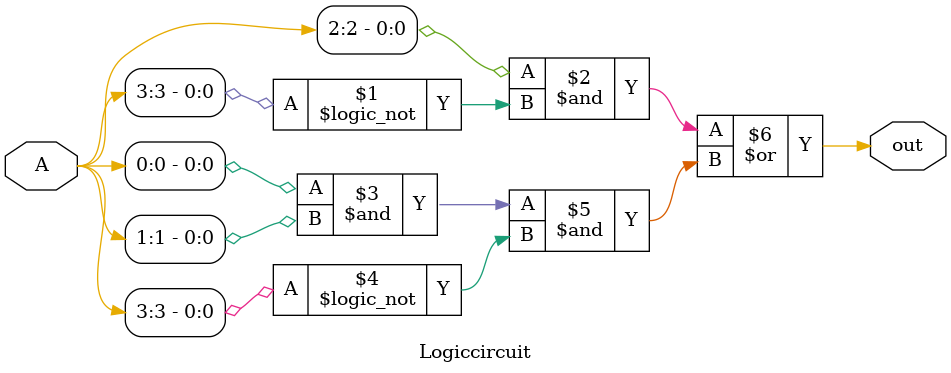
<source format=v>
module Logiccircuit(A,out);
input [3:0]A;
output out;
assign out =(A[2]&(!A[3]))|(A[0]&A[1]&(!A[3]));
endmodule

</source>
